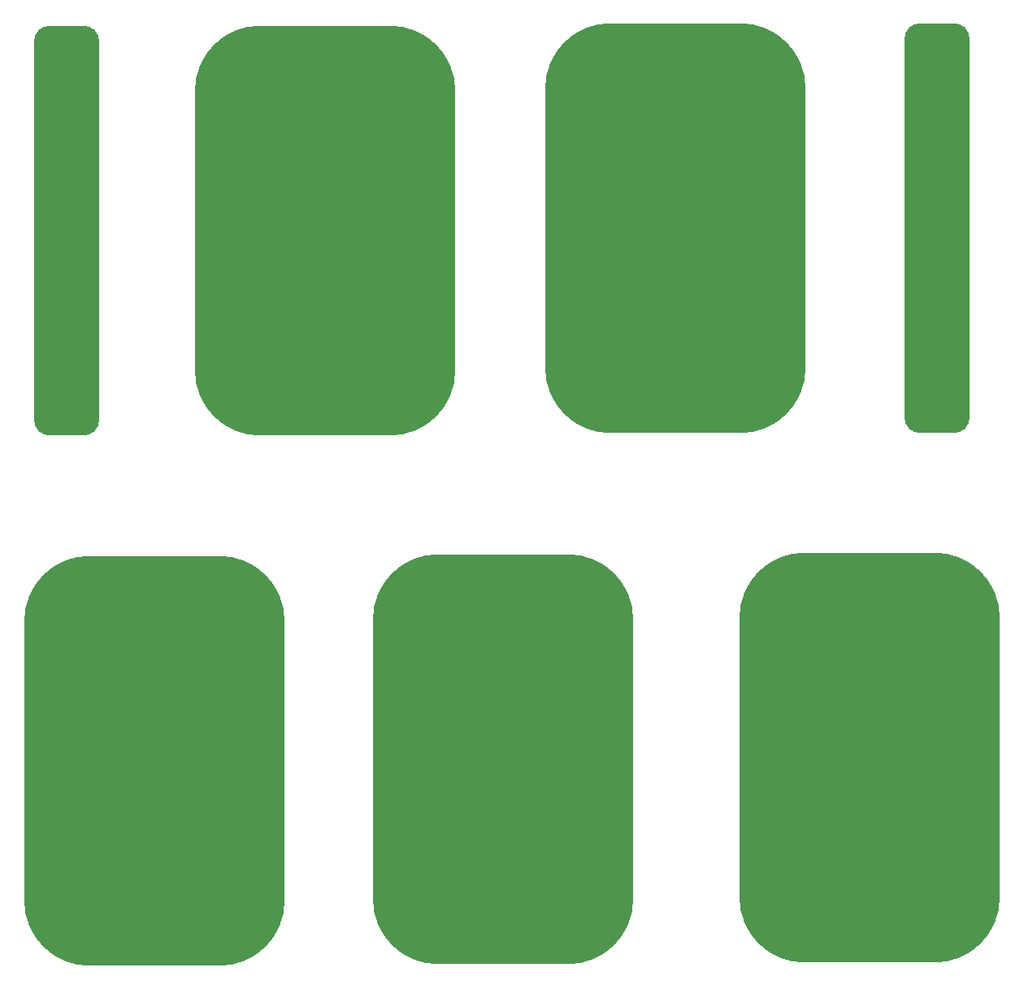
<source format=gbr>
%TF.GenerationSoftware,KiCad,Pcbnew,7.0.7*%
%TF.CreationDate,2024-01-08T08:14:38+08:00*%
%TF.ProjectId,IIDX_Cap_Controller,49494458-5f43-4617-905f-436f6e74726f,rev?*%
%TF.SameCoordinates,Original*%
%TF.FileFunction,Paste,Top*%
%TF.FilePolarity,Positive*%
%FSLAX46Y46*%
G04 Gerber Fmt 4.6, Leading zero omitted, Abs format (unit mm)*
G04 Created by KiCad (PCBNEW 7.0.7) date 2024-01-08 08:14:38*
%MOMM*%
%LPD*%
G01*
G04 APERTURE LIST*
G04 Aperture macros list*
%AMRoundRect*
0 Rectangle with rounded corners*
0 $1 Rounding radius*
0 $2 $3 $4 $5 $6 $7 $8 $9 X,Y pos of 4 corners*
0 Add a 4 corners polygon primitive as box body*
4,1,4,$2,$3,$4,$5,$6,$7,$8,$9,$2,$3,0*
0 Add four circle primitives for the rounded corners*
1,1,$1+$1,$2,$3*
1,1,$1+$1,$4,$5*
1,1,$1+$1,$6,$7*
1,1,$1+$1,$8,$9*
0 Add four rect primitives between the rounded corners*
20,1,$1+$1,$2,$3,$4,$5,0*
20,1,$1+$1,$4,$5,$6,$7,0*
20,1,$1+$1,$6,$7,$8,$9,0*
20,1,$1+$1,$8,$9,$2,$3,0*%
G04 Aperture macros list end*
%ADD10RoundRect,1.702594X-1.702593X-19.665156X1.702593X-19.665156X1.702593X19.665156X-1.702593X19.665156X0*%
%ADD11RoundRect,6.782594X-6.782593X-14.585156X6.782593X-14.585156X6.782593X14.585156X-6.782593X14.585156X0*%
G04 APERTURE END LIST*
D10*
%TO.C,J9*%
X101621903Y-54244873D03*
%TD*%
D11*
%TO.C,J3*%
X147142409Y-109346366D03*
%TD*%
D10*
%TO.C,J6*%
X192354392Y-53996893D03*
%TD*%
D11*
%TO.C,J4*%
X165091829Y-53980909D03*
%TD*%
%TO.C,J2*%
X128535183Y-54229618D03*
%TD*%
%TO.C,J5*%
X185285341Y-109196197D03*
%TD*%
%TO.C,J1*%
X110801506Y-109496535D03*
%TD*%
M02*

</source>
